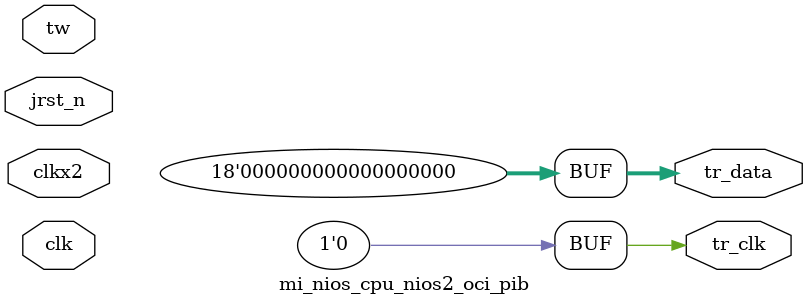
<source format=v>
module mi_nios_cpu_nios2_oci_pib (
                                    clk,
                                    clkx2,
                                    jrst_n,
                                    tw,
                                    tr_clk,
                                    tr_data
                                 )
;
  output           tr_clk;
  output  [ 17: 0] tr_data;
  input            clk;
  input            clkx2;
  input            jrst_n;
  input   [ 35: 0] tw;
  wire             phase;
  wire             tr_clk;
  reg              tr_clk_reg ;
  wire    [ 17: 0] tr_data;
  reg     [ 17: 0] tr_data_reg ;
  reg              x1 ;
  reg              x2 ;
  assign phase = x1^x2;
  always @(posedge clk or negedge jrst_n)
    begin
      if (jrst_n == 0)
          x1 <= 0;
      else 
        x1 <= ~x1;
    end
  always @(posedge clkx2 or negedge jrst_n)
    begin
      if (jrst_n == 0)
        begin
          x2 <= 0;
          tr_clk_reg <= 0;
          tr_data_reg <= 0;
        end
      else 
        begin
          x2 <= x1;
          tr_clk_reg <= ~phase;
          tr_data_reg <= phase ?   tw[17 : 0] :   tw[35 : 18];
        end
    end
  assign tr_clk = 0 ? tr_clk_reg : 0;
  assign tr_data = 0 ? tr_data_reg : 0;
endmodule
</source>
